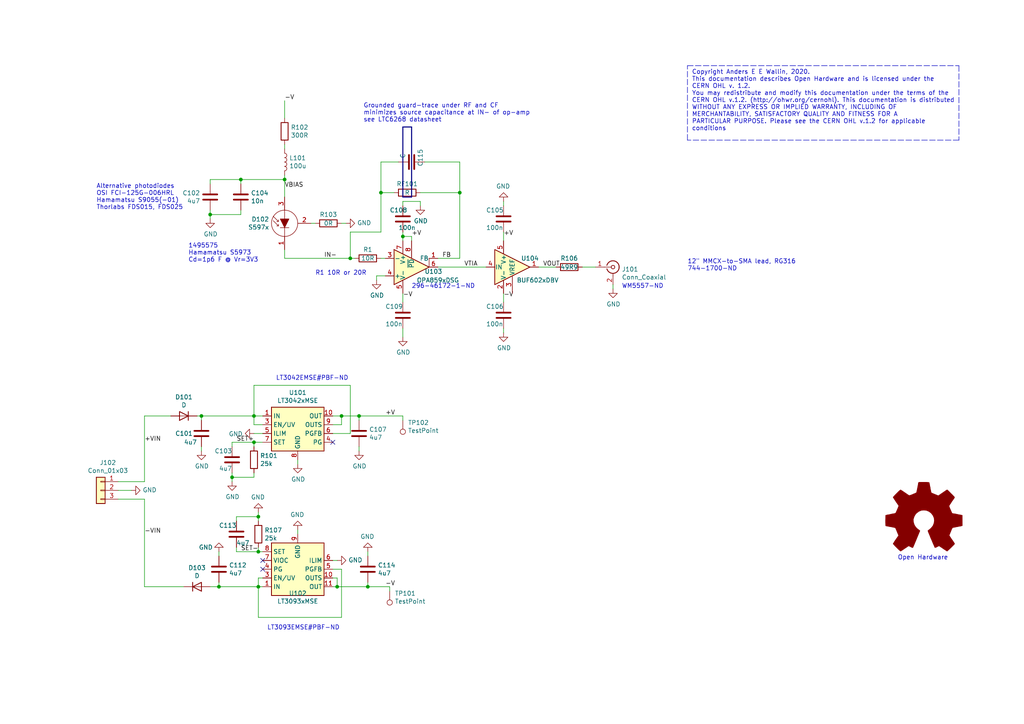
<source format=kicad_sch>
(kicad_sch (version 20211123) (generator eeschema)
  (paper "A4")
  (title_block (title "1\" Photodiode Transimpedance Amplifier - WSON8 + Buffer") (date "2020-05-12") (rev "draft") (company "anders.e.e.wallin \"at\" gmail.com"))
  (lib_symbols
    (symbol "Amplifier_Buffer:BUF602xDBV" (pin_names (offset 0.127))
      (property "Reference" "U" (at 6.35 2.54 0))
      (property "Value" "BUF602xDBV" (at 7.62 -2.54 0))
      (symbol "BUF602xDBV_0_1"
        (polyline (pts (xy 5.08 0) (xy -5.08 5.08) (xy -5.08 -5.08) (xy 5.08 0)) (stroke (width 0.254)) (fill (type background)))
      )
      (symbol "BUF602xDBV_1_1"
        (pin output line (at 7.62 0 180) (length 2.54) (name "~") (number "1"))
        (pin power_in line (at -2.54 -7.62 90) (length 3.81) (name "V-") (number "2"))
        (pin output line (at 0 -7.62 90) (length 5.08) (name "VREF") (number "3"))
        (pin input line (at -7.62 0 0) (length 2.54) (name "IN") (number "4"))
        (pin power_in line (at -2.54 7.62 270) (length 3.81) (name "V+") (number "5"))
      )
    )
    (symbol "Amplifier_Operational:OPA859xDSG" (pin_names (offset 0.127))
      (property "Reference" "U" (at 1.27 8.89 0))
      (property "Value" "OPA859xDSG" (at 1.27 6.35 0))
      (symbol "OPA859xDSG_0_0"
        (pin power_in line (at -2.54 7.62 270) (length 3.81) (name "V+") (number "7"))
        (pin input line (at 0 7.62 270) (length 5.08) (name "~{PD}") (number "8"))
        (pin passive line (at -2.54 -7.62 90) (length 3.81) hide (name "V-") (number "9"))
      )
      (symbol "OPA859xDSG_0_1"
        (polyline (pts (xy 5.08 0) (xy 5.08 2.54)) (stroke (width 0.1524)))
        (polyline (pts (xy -5.08 5.08) (xy 5.08 0) (xy -5.08 -5.08) (xy -5.08 5.08)) (stroke (width 0.254)) (fill (type background)))
        (pin no_connect line (at -5.08 -5.08 90) (length 3.81) hide (name "NC") (number "2"))
        (pin output line (at 7.62 0 180) (length 2.54) (name "~") (number "6"))
      )
      (symbol "OPA859xDSG_1_1"
        (pin output line (at 7.62 2.54 180) (length 2.54) (name "FB") (number "1"))
        (pin input line (at -7.62 2.54 0) (length 2.54) (name "-") (number "3"))
        (pin input line (at -7.62 -2.54 0) (length 2.54) (name "+") (number "4"))
        (pin power_in line (at -2.54 -7.62 90) (length 3.81) (name "V-") (number "5"))
      )
    )
    (symbol "Connector:Conn_Coaxial" (pin_names (offset 1.016) hide)
      (property "Reference" "J" (at 0.254 3.048 0))
      (property "Value" "Conn_Coaxial" (at 2.921 0 90))
      (symbol "Conn_Coaxial_0_1"
        (arc (start -1.778 -0.508) (mid 0.2311 -1.8066) (end 1.778 0) (stroke (width 0.254)))
        (polyline (pts (xy -2.54 0) (xy -0.508 0)))
        (polyline (pts (xy 0 -2.54) (xy 0 -1.778)))
        (circle (center 0 0) (radius 0.508) (stroke (width 0.2032)))
        (arc (start 1.778 0) (mid 0.2099 1.8101) (end -1.778 0.508) (stroke (width 0.254)))
      )
      (symbol "Conn_Coaxial_1_1"
        (pin passive line (at -5.08 0 0) (length 2.54) (name "In") (number "1"))
        (pin passive line (at 0 -5.08 90) (length 2.54) (name "Ext") (number "2"))
      )
    )
    (symbol "Connector:TestPoint" (pin_numbers hide) (pin_names (offset 0.762) hide)
      (property "Reference" "TP" (at 0 6.858 0))
      (property "Value" "TestPoint" (at 0 5.08 0))
      (symbol "TestPoint_0_1"
        (circle (center 0 3.302) (radius 0.762))
      )
      (symbol "TestPoint_1_1"
        (pin passive line (at 0 0 90) (length 2.54) (name "1") (number "1"))
      )
    )
    (symbol "Connector_Generic:Conn_01x03" (pin_names (offset 1.016) hide)
      (property "Reference" "J" (at 0 5.08 0))
      (property "Value" "Conn_01x03" (at 0 -5.08 0))
      (symbol "Conn_01x03_1_1"
        (rectangle (start -1.27 -2.413) (end 0 -2.667) (stroke (width 0.1524)))
        (rectangle (start -1.27 0.127) (end 0 -0.127) (stroke (width 0.1524)))
        (rectangle (start -1.27 2.667) (end 0 2.413) (stroke (width 0.1524)))
        (rectangle (start -1.27 3.81) (end 1.27 -3.81) (stroke (width 0.254)) (fill (type background)))
        (pin passive line (at -5.08 2.54 0) (length 3.81) (name "Pin_1") (number "1"))
        (pin passive line (at -5.08 0 0) (length 3.81) (name "Pin_2") (number "2"))
        (pin passive line (at -5.08 -2.54 0) (length 3.81) (name "Pin_3") (number "3"))
      )
    )
    (symbol "Device:C" (pin_numbers hide) (pin_names (offset 0.254))
      (property "Reference" "C" (at 0.635 2.54 0))
      (property "Value" "C" (at 0.635 -2.54 0))
      (symbol "C_0_1"
        (polyline (pts (xy -2.032 -0.762) (xy 2.032 -0.762)) (stroke (width 0.508)))
        (polyline (pts (xy -2.032 0.762) (xy 2.032 0.762)) (stroke (width 0.508)))
      )
      (symbol "C_1_1"
        (pin passive line (at 0 3.81 270) (length 2.794) (name "~") (number "1"))
        (pin passive line (at 0 -3.81 90) (length 2.794) (name "~") (number "2"))
      )
    )
    (symbol "Device:D" (pin_numbers hide) (pin_names (offset 1.016) hide)
      (property "Reference" "D" (at 0 2.54 0))
      (property "Value" "D" (at 0 -2.54 0))
      (symbol "D_0_1"
        (polyline (pts (xy -1.27 1.27) (xy -1.27 -1.27)) (stroke (width 0.254)))
        (polyline (pts (xy 1.27 0) (xy -1.27 0)))
        (polyline (pts (xy 1.27 1.27) (xy 1.27 -1.27) (xy -1.27 0) (xy 1.27 1.27)) (stroke (width 0.254)))
      )
      (symbol "D_1_1"
        (pin passive line (at -3.81 0 0) (length 2.54) (name "K") (number "1"))
        (pin passive line (at 3.81 0 180) (length 2.54) (name "A") (number "2"))
      )
    )
    (symbol "Device:L" (pin_numbers hide) (pin_names (offset 1.016) hide)
      (property "Reference" "L" (at -1.27 0 90))
      (property "Value" "L" (at 1.905 0 90))
      (symbol "L_0_1"
        (arc (start 0 -2.54) (mid 0.635 -1.905) (end 0 -1.27))
        (arc (start 0 -1.27) (mid 0.635 -0.635) (end 0 0))
        (arc (start 0 0) (mid 0.635 0.635) (end 0 1.27))
        (arc (start 0 1.27) (mid 0.635 1.905) (end 0 2.54))
      )
      (symbol "L_1_1"
        (pin passive line (at 0 3.81 270) (length 1.27) (name "1") (number "1"))
        (pin passive line (at 0 -3.81 90) (length 1.27) (name "2") (number "2"))
      )
    )
    (symbol "Device:R" (pin_numbers hide) (pin_names (offset 0))
      (property "Reference" "R" (at 2.032 0 90))
      (property "Value" "R" (at 0 0 90))
      (symbol "R_0_1"
        (rectangle (start -1.016 -2.54) (end 1.016 2.54) (stroke (width 0.254)))
      )
      (symbol "R_1_1"
        (pin passive line (at 0 3.81 270) (length 1.27) (name "~") (number "1"))
        (pin passive line (at 0 -3.81 90) (length 1.27) (name "~") (number "2"))
      )
    )
    (symbol "Graphic:Logo_Open_Hardware_Large" (pin_names (offset 1.016))
      (symbol "Logo_Open_Hardware_Large_1_1"
        (polyline (pts (xy 6.731 -8.7122) (xy 6.6294 -8.6614) (xy 6.35 -8.4836) (xy 5.9944 -8.255) (xy 5.5372 -7.9502) (xy 5.1054 -7.6454) (xy 4.7498 -7.4168) (xy 4.4958 -7.239) (xy 4.3942 -7.1882) (xy 4.318 -7.2136) (xy 4.1148 -7.3152) (xy 3.81 -7.4676) (xy 3.6322 -7.5692) (xy 3.3528 -7.6708) (xy 3.2258 -7.6962) (xy 3.2004 -7.6708) (xy 3.0988 -7.4676) (xy 2.9464 -7.0866) (xy 2.7178 -6.604) (xy 2.4892 -6.0452) (xy 2.2352 -5.4356) (xy 1.9558 -4.826) (xy 1.7272 -4.2164) (xy 1.4986 -3.683) (xy 1.3208 -3.2512) (xy 1.2192 -2.9464) (xy 1.1684 -2.8194) (xy 1.1938 -2.794) (xy 1.3208 -2.667) (xy 1.5748 -2.4892) (xy 2.0828 -2.0574) (xy 2.6162 -1.397) (xy 2.921 -0.6604) (xy 3.048 0.1524) (xy 2.9464 0.9144) (xy 2.6416 1.6256) (xy 2.1336 2.286) (xy 1.524 2.7686) (xy 0.8128 3.0734) (xy 0 3.175) (xy -0.762 3.0988) (xy -1.4986 2.794) (xy -2.159 2.286) (xy -2.4384 1.9812) (xy -2.8194 1.3208) (xy -3.048 0.6096) (xy -3.0734 0.4318) (xy -3.0226 -0.3556) (xy -2.794 -1.0922) (xy -2.3876 -1.7526) (xy -1.8288 -2.3114) (xy -1.7526 -2.3622) (xy -1.4732 -2.5654) (xy -1.2954 -2.6924) (xy -1.1684 -2.8194) (xy -2.159 -5.207) (xy -2.3114 -5.588) (xy -2.5908 -6.2484) (xy -2.8194 -6.8072) (xy -3.0226 -7.2644) (xy -3.1496 -7.5692) (xy -3.2258 -7.6708) (xy -3.2258 -7.6962) (xy -3.302 -7.6962) (xy -3.4798 -7.6454) (xy -3.8354 -7.4676) (xy -4.0386 -7.366) (xy -4.2926 -7.239) (xy -4.4196 -7.1882) (xy -4.5212 -7.239) (xy -4.7498 -7.3914) (xy -5.1054 -7.6454) (xy -5.5372 -7.9248) (xy -5.9436 -8.2042) (xy -6.3246 -8.4582) (xy -6.604 -8.636) (xy -6.731 -8.7122) (xy -6.7564 -8.7122) (xy -6.858 -8.636) (xy -7.0866 -8.4582) (xy -7.4168 -8.1534) (xy -7.874 -7.6962) (xy -7.9502 -7.62) (xy -8.3312 -7.239) (xy -8.636 -6.9088) (xy -8.8392 -6.6802) (xy -8.9154 -6.5786) (xy -8.9154 -6.5786) (xy -8.8392 -6.4516) (xy -8.6614 -6.1722) (xy -8.4328 -5.7912) (xy -8.128 -5.3594) (xy -7.3152 -4.191) (xy -7.7724 -3.0988) (xy -7.8994 -2.7686) (xy -8.0772 -2.3622) (xy -8.2042 -2.0828) (xy -8.255 -1.9558) (xy -8.382 -1.905) (xy -8.6614 -1.8542) (xy -9.0932 -1.7526) (xy -9.6266 -1.651) (xy -10.1092 -1.5748) (xy -10.541 -1.4732) (xy -10.8712 -1.4224) (xy -11.0236 -1.397) (xy -11.049 -1.3716) (xy -11.0744 -1.2954) (xy -11.0998 -1.143) (xy -11.0998 -0.889) (xy -11.1252 -0.4572) (xy -11.1252 0.1524) (xy -11.1252 0.2286) (xy -11.0998 0.8128) (xy -11.0998 1.27) (xy -11.0744 1.5494) (xy -11.0744 1.6764) (xy -11.0744 1.6764) (xy -10.922 1.7018) (xy -10.6172 1.778) (xy -10.16 1.8542) (xy -9.652 1.9558) (xy -9.6012 1.9812) (xy -9.0932 2.0828) (xy -8.636 2.159) (xy -8.3312 2.2352) (xy -8.2042 2.286) (xy -8.1788 2.3114) (xy -8.0772 2.5146) (xy -7.9248 2.8448) (xy -7.747 3.2512) (xy -7.5692 3.6576) (xy -7.4168 4.0386) (xy -7.3152 4.318) (xy -7.2898 4.445) (xy -7.2898 4.445) (xy -7.366 4.572) (xy -7.5438 4.826) (xy -7.7978 5.207) (xy -8.128 5.6642) (xy -8.128 5.6896) (xy -8.4328 6.1468) (xy -8.6868 6.5278) (xy -8.8392 6.7818) (xy -8.9154 6.9088) (xy -8.9154 6.9088) (xy -8.8138 7.0358) (xy -8.5852 7.2898) (xy -8.255 7.6454) (xy -7.874 8.0264) (xy -7.747 8.1534) (xy -7.3152 8.5852) (xy -7.0104 8.8646) (xy -6.8326 8.9916) (xy -6.731 9.0424) (xy -6.731 9.0424) (xy -6.604 8.9408) (xy -6.3246 8.763) (xy -5.9436 8.509) (xy -5.4864 8.2042) (xy -5.461 8.1788) (xy -5.0038 7.874) (xy -4.6482 7.62) (xy -4.3688 7.4422) (xy -4.2672 7.3914) (xy -4.2418 7.3914) (xy -4.064 7.4422) (xy -3.7338 7.5438) (xy -3.3528 7.6962) (xy -2.9464 7.874) (xy -2.5654 8.0264) (xy -2.286 8.1534) (xy -2.159 8.2296) (xy -2.159 8.2296) (xy -2.1082 8.382) (xy -2.032 8.7122) (xy -1.9304 9.1694) (xy -1.8288 9.7282) (xy -1.8034 9.8044) (xy -1.7018 10.3378) (xy -1.6256 10.7696) (xy -1.5748 11.0744) (xy -1.524 11.2014) (xy -1.4478 11.2268) (xy -1.1938 11.2522) (xy -0.8128 11.2522) (xy -0.3302 11.2522) (xy 0.1524 11.2522) (xy 0.6604 11.2522) (xy 1.0668 11.2268) (xy 1.3716 11.2014) (xy 1.4986 11.176) (xy 1.4986 11.176) (xy 1.5494 11.0236) (xy 1.6256 10.6934) (xy 1.7018 10.2108) (xy 1.8288 9.6774) (xy 1.8288 9.5758) (xy 1.9304 9.0424) (xy 2.032 8.6106) (xy 2.0828 8.3058) (xy 2.1336 8.2042) (xy 2.159 8.1788) (xy 2.3876 8.0772) (xy 2.7432 7.9248) (xy 3.175 7.747) (xy 4.191 7.3406) (xy 5.461 8.2042) (xy 5.5626 8.2804) (xy 6.0198 8.5852) (xy 6.3754 8.8392) (xy 6.6294 8.9916) (xy 6.7564 9.0424) (xy 6.7564 9.0424) (xy 6.8834 8.9408) (xy 7.1374 8.7122) (xy 7.4676 8.382) (xy 7.8486 7.9756) (xy 8.1534 7.6962) (xy 8.4836 7.3406) (xy 8.7122 7.112) (xy 8.8392 6.9596) (xy 8.8646 6.858) (xy 8.8646 6.8072) (xy 8.7884 6.6802) (xy 8.6106 6.4008) (xy 8.3312 6.0198) (xy 8.0264 5.588) (xy 7.7978 5.207) (xy 7.5184 4.8006) (xy 7.3406 4.4958) (xy 7.2898 4.3434) (xy 7.2898 4.2926) (xy 7.3914 4.0386) (xy 7.5184 3.683) (xy 7.7216 3.2258) (xy 8.1534 2.2352) (xy 8.7884 2.1082) (xy 9.1948 2.0574) (xy 9.7536 1.9304) (xy 10.2616 1.8288) (xy 11.0998 1.6764) (xy 11.1252 -1.3208) (xy 10.9982 -1.3716) (xy 10.8712 -1.397) (xy 10.5664 -1.4732) (xy 10.1346 -1.5494) (xy 9.6266 -1.651) (xy 9.1948 -1.7272) (xy 8.7376 -1.8288) (xy 8.4328 -1.8796) (xy 8.2804 -1.905) (xy 8.255 -1.9558) (xy 8.1534 -2.159) (xy 7.9756 -2.5146) (xy 7.8232 -2.921) (xy 7.6454 -3.3274) (xy 7.493 -3.7338) (xy 7.366 -4.0132) (xy 7.3406 -4.191) (xy 7.3914 -4.2926) (xy 7.5692 -4.5466) (xy 7.7978 -4.9276) (xy 8.1026 -5.3594) (xy 8.4074 -5.7912) (xy 8.6614 -6.1722) (xy 8.8138 -6.4262) (xy 8.89 -6.5532) (xy 8.8646 -6.6548) (xy 8.6868 -6.858) (xy 8.3566 -7.1882) (xy 7.874 -7.6708) (xy 7.7978 -7.747) (xy 7.3914 -8.128) (xy 7.0612 -8.4328) (xy 6.8326 -8.636) (xy 6.731 -8.7122)) (fill (type outline)))
      )
    )
    (symbol "Regulator_Linear:LT3042xMSE"
      (property "Reference" "U" (at -6.35 6.35 0))
      (property "Value" "LT3042xMSE" (at 1.27 6.35 0))
      (symbol "LT3042xMSE_0_1"
        (rectangle (start -7.62 5.08) (end 7.62 -7.62) (stroke (width 0.254)) (fill (type background)))
      )
      (symbol "LT3042xMSE_1_1"
        (pin power_in line (at -10.16 2.54 0) (length 2.54) (name "IN") (number "1"))
        (pin power_out line (at 10.16 2.54 180) (length 2.54) (name "OUT") (number "10"))
        (pin passive line (at 0 -10.16 90) (length 2.54) hide (name "GND") (number "11"))
        (pin passive line (at -10.16 2.54 0) (length 2.54) hide (name "IN") (number "2"))
        (pin input line (at -10.16 0 0) (length 2.54) (name "EN/UV") (number "3"))
        (pin open_collector line (at 10.16 -5.08 180) (length 2.54) (name "PG") (number "4"))
        (pin passive line (at -10.16 -2.54 0) (length 2.54) (name "ILIM") (number "5"))
        (pin input line (at 10.16 -2.54 180) (length 2.54) (name "PGFB") (number "6"))
        (pin passive line (at -10.16 -5.08 0) (length 2.54) (name "SET") (number "7"))
        (pin power_in line (at 0 -10.16 90) (length 2.54) (name "GND") (number "8"))
        (pin input line (at 10.16 0 180) (length 2.54) (name "OUTS") (number "9"))
      )
    )
    (symbol "Regulator_Linear:LT3093xMSE"
      (property "Reference" "U" (at -6.35 8.89 0))
      (property "Value" "LT3093xMSE" (at 1.27 8.89 0))
      (symbol "LT3093xMSE_0_0"
        (pin passive line (at 10.16 5.08 180) (length 2.54) hide (name "OUT") (number "12"))
        (pin passive line (at -10.16 5.08 0) (length 2.54) hide (name "IN") (number "13"))
      )
      (symbol "LT3093xMSE_0_1"
        (rectangle (start 7.62 7.62) (end -7.62 -7.62) (stroke (width 0.254)) (fill (type background)))
      )
      (symbol "LT3093xMSE_1_1"
        (pin power_in line (at -10.16 5.08 0) (length 2.54) (name "IN") (number "1"))
        (pin input line (at 10.16 2.54 180) (length 2.54) (name "OUTS") (number "10"))
        (pin power_out line (at 10.16 5.08 180) (length 2.54) (name "OUT") (number "11"))
        (pin passive line (at -10.16 5.08 0) (length 2.54) hide (name "IN") (number "2"))
        (pin input line (at -10.16 2.54 0) (length 2.54) (name "EN/UV") (number "3"))
        (pin open_collector line (at -10.16 0 0) (length 2.54) (name "PG") (number "4"))
        (pin input line (at 10.16 0 180) (length 2.54) (name "PGFB") (number "5"))
        (pin passive line (at 10.16 -2.54 180) (length 2.54) (name "ILIM") (number "6"))
        (pin passive line (at -10.16 -2.54 0) (length 2.54) (name "VIOC") (number "7"))
        (pin passive line (at -10.16 -5.08 0) (length 2.54) (name "SET") (number "8"))
        (pin power_in line (at 0 -10.16 90) (length 2.54) (name "GND") (number "9"))
      )
    )
    (symbol "Sensor_Optical:S5973" (pin_names (offset 0.254) hide)
      (property "Reference" "D" (at 2.54 -5.08 0))
      (property "Value" "S5973" (at 5.08 5.08 0))
      (symbol "S5973_0_0"
        (pin passive line (at 0 -7.62 90) (length 3.81) (name "C") (number "2"))
      )
      (symbol "S5973_0_1"
        (polyline (pts (xy -1.27 0) (xy -3.81 0)))
        (polyline (pts (xy -1.27 1.27) (xy -1.27 -1.27)) (stroke (width 0.1524)))
        (polyline (pts (xy -0.762 1.778) (xy -0.254 1.778)))
        (polyline (pts (xy 3.81 0) (xy 1.27 0)))
        (polyline (pts (xy 0.762 3.302) (xy -0.762 1.778) (xy -0.762 2.286)))
        (polyline (pts (xy -1.27 0) (xy 1.27 1.27) (xy 1.27 -1.27) (xy -1.27 0)) (fill (type outline)))
        (polyline (pts (xy 2.032 3.302) (xy 0.508 1.778) (xy 0.508 2.286) (xy 0.508 1.778) (xy 1.016 1.778)))
        (circle (center 0 0) (radius 3.81))
      )
      (symbol "S5973_1_1"
        (pin passive line (at -7.62 0 0) (length 3.81) (name "K") (number "1"))
        (pin passive line (at 7.62 0 180) (length 3.81) (name "A") (number "3"))
      )
    )
    (symbol "power:GND" (power) (pin_names (offset 0))
      (property "Value" "GND" (at 0 -3.81 0))
      (symbol "GND_0_1"
        (polyline (pts (xy 0 0) (xy 0 -1.27) (xy 1.27 -1.27) (xy 0 -2.54) (xy -1.27 -1.27) (xy 0 -1.27)))
      )
      (symbol "GND_1_1"
        (pin power_in line (at 0 0 270) (length 0) hide (name "GND") (number "1"))
      )
    )
  )
  (junction (at 73.66 128.27))
  (junction (at 106.68 170.18))
  (junction (at 60.96 62.23))
  (junction (at 104.14 120.65))
  (junction (at 133.35 55.88))
  (junction (at 74.93 160.02))
  (junction (at 101.6 74.93))
  (junction (at 73.66 120.65))
  (junction (at 67.31 138.43))
  (junction (at 116.84 68.58))
  (junction (at 69.85 52.07))
  (junction (at 82.55 52.07))
  (junction (at 63.5 170.18))
  (junction (at 97.79 170.18))
  (junction (at 99.06 120.65))
  (junction (at 110.49 55.88))
  (junction (at 58.42 120.65))
  (junction (at 74.93 149.86))
  (junction (at 74.93 170.18))
  (no_connect (at 76.2 162.56))
  (no_connect (at 76.2 165.1))
  (no_connect (at 96.52 128.27))
  (wire (pts (xy 116.84 69.85) (xy 116.84 68.58)))
  (wire (pts (xy 73.66 129.54) (xy 73.66 128.27)))
  (bus (pts (xy 119.38 57.15) (xy 119.38 36.83)))
  (wire (pts (xy 73.66 120.65) (xy 58.42 120.65)))
  (wire (pts (xy 99.06 179.07) (xy 74.93 179.07)))
  (wire (pts (xy 106.68 170.18) (xy 97.79 170.18)))
  (wire (pts (xy 121.92 55.88) (xy 133.35 55.88)))
  (wire (pts (xy 57.15 120.65) (xy 58.42 120.65)))
  (wire (pts (xy 38.1 142.24) (xy 34.29 142.24)))
  (wire (pts (xy 91.44 64.77) (xy 90.17 64.77)))
  (wire (pts (xy 99.06 120.65) (xy 104.14 120.65)))
  (bus (pts (xy 119.38 36.83) (xy 116.84 36.83)))
  (wire (pts (xy 101.6 67.31) (xy 110.49 67.31)))
  (wire (pts (xy 67.31 128.27) (xy 67.31 129.54)))
  (wire (pts (xy 73.66 128.27) (xy 67.31 128.27)))
  (wire (pts (xy 133.35 46.99) (xy 133.35 55.88)))
  (wire (pts (xy 116.84 95.25) (xy 116.84 97.79)))
  (wire (pts (xy 60.96 60.96) (xy 60.96 62.23)))
  (wire (pts (xy 76.2 167.64) (xy 74.93 167.64)))
  (wire (pts (xy 111.76 80.01) (xy 109.22 80.01)))
  (wire (pts (xy 58.42 120.65) (xy 58.42 121.92)))
  (wire (pts (xy 74.93 149.86) (xy 74.93 151.13)))
  (wire (pts (xy 104.14 121.92) (xy 104.14 120.65)))
  (polyline (pts (xy 199.39 19.05) (xy 278.13 19.05)))
  (wire (pts (xy 106.68 161.29) (xy 106.68 160.02)))
  (wire (pts (xy 69.85 52.07) (xy 60.96 52.07)))
  (wire (pts (xy 109.22 80.01) (xy 109.22 81.28)))
  (wire (pts (xy 121.92 58.42) (xy 116.84 58.42)))
  (wire (pts (xy 161.29 77.47) (xy 156.21 77.47)))
  (wire (pts (xy 104.14 130.81) (xy 104.14 129.54)))
  (wire (pts (xy 69.85 52.07) (xy 69.85 53.34)))
  (wire (pts (xy 110.49 55.88) (xy 114.3 55.88)))
  (wire (pts (xy 123.19 46.99) (xy 133.35 46.99)))
  (wire (pts (xy 82.55 52.07) (xy 69.85 52.07)))
  (wire (pts (xy 76.2 123.19) (xy 73.66 123.19)))
  (wire (pts (xy 116.84 85.09) (xy 116.84 87.63)))
  (wire (pts (xy 73.66 138.43) (xy 67.31 138.43)))
  (wire (pts (xy 96.52 165.1) (xy 99.06 165.1)))
  (wire (pts (xy 82.55 57.15) (xy 82.55 52.07)))
  (wire (pts (xy 69.85 62.23) (xy 60.96 62.23)))
  (wire (pts (xy 96.52 125.73) (xy 101.6 125.73)))
  (wire (pts (xy 146.05 67.31) (xy 146.05 69.85)))
  (wire (pts (xy 74.93 149.86) (xy 68.58 149.86)))
  (wire (pts (xy 41.91 144.78) (xy 41.91 170.18)))
  (wire (pts (xy 177.8 83.82) (xy 177.8 82.55)))
  (wire (pts (xy 63.5 161.29) (xy 63.5 160.02)))
  (wire (pts (xy 110.49 46.99) (xy 110.49 55.88)))
  (wire (pts (xy 133.35 74.93) (xy 133.35 55.88)))
  (wire (pts (xy 63.5 170.18) (xy 60.96 170.18)))
  (wire (pts (xy 96.52 167.64) (xy 97.79 167.64)))
  (polyline (pts (xy 278.13 40.64) (xy 199.39 40.64)))
  (wire (pts (xy 82.55 74.93) (xy 82.55 72.39)))
  (wire (pts (xy 110.49 67.31) (xy 110.49 55.88)))
  (wire (pts (xy 69.85 60.96) (xy 69.85 62.23)))
  (wire (pts (xy 49.53 120.65) (xy 41.91 120.65)))
  (wire (pts (xy 68.58 149.86) (xy 68.58 151.13)))
  (wire (pts (xy 101.6 111.76) (xy 73.66 111.76)))
  (wire (pts (xy 116.84 68.58) (xy 116.84 67.31)))
  (wire (pts (xy 74.93 148.59) (xy 74.93 149.86)))
  (wire (pts (xy 67.31 138.43) (xy 67.31 137.16)))
  (wire (pts (xy 127 74.93) (xy 133.35 74.93)))
  (wire (pts (xy 76.2 125.73) (xy 73.66 125.73)))
  (wire (pts (xy 96.52 120.65) (xy 99.06 120.65)))
  (wire (pts (xy 172.72 77.47) (xy 168.91 77.47)))
  (wire (pts (xy 86.36 134.62) (xy 86.36 133.35)))
  (wire (pts (xy 115.57 46.99) (xy 110.49 46.99)))
  (wire (pts (xy 76.2 120.65) (xy 73.66 120.65)))
  (wire (pts (xy 41.91 120.65) (xy 41.91 139.7)))
  (wire (pts (xy 34.29 144.78) (xy 41.91 144.78)))
  (wire (pts (xy 146.05 59.69) (xy 146.05 58.42)))
  (wire (pts (xy 74.93 160.02) (xy 74.93 158.75)))
  (bus (pts (xy 116.84 57.15) (xy 119.38 57.15)))
  (wire (pts (xy 104.14 120.65) (xy 116.84 120.65)))
  (polyline (pts (xy 199.39 40.64) (xy 199.39 19.05)))
  (wire (pts (xy 99.06 165.1) (xy 99.06 179.07)))
  (wire (pts (xy 63.5 168.91) (xy 63.5 170.18)))
  (wire (pts (xy 119.38 69.85) (xy 119.38 68.58)))
  (wire (pts (xy 74.93 170.18) (xy 63.5 170.18)))
  (wire (pts (xy 60.96 62.23) (xy 60.96 63.5)))
  (wire (pts (xy 82.55 50.8) (xy 82.55 52.07)))
  (wire (pts (xy 68.58 160.02) (xy 68.58 158.75)))
  (wire (pts (xy 99.06 123.19) (xy 99.06 120.65)))
  (wire (pts (xy 101.6 74.93) (xy 82.55 74.93)))
  (wire (pts (xy 73.66 137.16) (xy 73.66 138.43)))
  (wire (pts (xy 73.66 111.76) (xy 73.66 120.65)))
  (wire (pts (xy 106.68 168.91) (xy 106.68 170.18)))
  (wire (pts (xy 76.2 128.27) (xy 73.66 128.27)))
  (wire (pts (xy 58.42 130.81) (xy 58.42 129.54)))
  (wire (pts (xy 111.76 74.93) (xy 110.49 74.93)))
  (wire (pts (xy 116.84 68.58) (xy 119.38 68.58)))
  (wire (pts (xy 76.2 170.18) (xy 74.93 170.18)))
  (wire (pts (xy 96.52 123.19) (xy 99.06 123.19)))
  (wire (pts (xy 113.03 170.18) (xy 113.03 171.45)))
  (wire (pts (xy 102.87 74.93) (xy 101.6 74.93)))
  (wire (pts (xy 101.6 74.93) (xy 101.6 67.31)))
  (wire (pts (xy 127 77.47) (xy 140.97 77.47)))
  (wire (pts (xy 100.33 64.77) (xy 99.06 64.77)))
  (wire (pts (xy 41.91 139.7) (xy 34.29 139.7)))
  (wire (pts (xy 106.68 170.18) (xy 113.03 170.18)))
  (wire (pts (xy 101.6 125.73) (xy 101.6 111.76)))
  (polyline (pts (xy 278.13 19.05) (xy 278.13 40.64)))
  (wire (pts (xy 73.66 123.19) (xy 73.66 120.65)))
  (wire (pts (xy 97.79 167.64) (xy 97.79 170.18)))
  (wire (pts (xy 82.55 43.18) (xy 82.55 41.91)))
  (bus (pts (xy 116.84 36.83) (xy 116.84 57.15)))
  (wire (pts (xy 86.36 154.94) (xy 86.36 153.67)))
  (wire (pts (xy 116.84 58.42) (xy 116.84 59.69)))
  (wire (pts (xy 82.55 34.29) (xy 82.55 29.21)))
  (wire (pts (xy 121.92 59.69) (xy 121.92 58.42)))
  (wire (pts (xy 67.31 139.7) (xy 67.31 138.43)))
  (wire (pts (xy 74.93 179.07) (xy 74.93 170.18)))
  (wire (pts (xy 74.93 167.64) (xy 74.93 170.18)))
  (wire (pts (xy 60.96 52.07) (xy 60.96 53.34)))
  (wire (pts (xy 74.93 160.02) (xy 68.58 160.02)))
  (wire (pts (xy 146.05 85.09) (xy 146.05 87.63)))
  (wire (pts (xy 97.79 170.18) (xy 96.52 170.18)))
  (wire (pts (xy 41.91 170.18) (xy 53.34 170.18)))
  (wire (pts (xy 116.84 121.92) (xy 116.84 120.65)))
  (wire (pts (xy 76.2 160.02) (xy 74.93 160.02)))
  (wire (pts (xy 146.05 96.52) (xy 146.05 95.25)))
  (wire (pts (xy 97.79 162.56) (xy 96.52 162.56)))
  (text "Grounded guard-trace under RF and CF\nminimizes source capacitance at IN- of op-amp\nsee LTC6268 datasheet" (at 105.41 35.56 0) (effects (font (size 1.27 1.27)) (justify left bottom)))
  (text "WM5557-ND" (at 180.34 83.82 0) (effects (font (size 1.27 1.27)) (justify left bottom)))
  (text "Alternative photodiodes\nOSI FCI-125G-006HRL\nHamamatsu S9055(-01)\nThorlabs FDS015, FDS025" (at 27.94 60.96 0) (effects (font (size 1.27 1.27)) (justify left bottom)))
  (text "1495575\nHamamatsu S5973\nCd=1p6 F @ Vr=3V3" (at 54.61 76.2 0) (effects (font (size 1.27 1.27)) (justify left bottom)))
  (text "LT3042EMSE#PBF-ND" (at 80.01 110.49 0) (effects (font (size 1.27 1.27)) (justify left bottom)))
  (text "12\" MMCX-to-SMA lead, RG316\n744-1700-ND" (at 199.39 78.74 0) (effects (font (size 1.27 1.27)) (justify left bottom)))
  (text "Copyright Anders E E Wallin, 2020.\nThis documentation describes Open Hardware and is licensed under the\nCERN OHL v. 1.2.\nYou may redistribute and modify this documentation under the terms of the\nCERN OHL v.1.2. (http://ohwr.org/cernohl). This documentation is distributed\nWITHOUT ANY EXPRESS OR IMPLIED WARRANTY, INCLUDING OF\nMERCHANTABILITY, SATISFACTORY QUALITY AND FITNESS FOR A\nPARTICULAR PURPOSE. Please see the CERN OHL v.1.2 for applicable\nconditions\n" (at 200.66 38.1 0) (effects (font (size 1.27 1.27)) (justify left bottom)))
  (text "296-46172-1-ND" (at 119.38 83.82 0) (effects (font (size 1.27 1.27)) (justify left bottom)))
  (text "LT3093EMSE#PBF-ND" (at 77.47 182.88 0) (effects (font (size 1.27 1.27)) (justify left bottom)))
  (text "Open Hardware" (at 260.35 162.56 0) (effects (font (size 1.27 1.27)) (justify left bottom)))
  (text "R1 10R or 20R" (at 91.44 80.01 0) (effects (font (size 1.27 1.27)) (justify left bottom)))
  (label "+V" (at 146.05 68.58 0))
  (label "-V" (at 111.76 170.18 0))
  (label "+V" (at 119.38 68.58 0))
  (label "VOUT" (at 157.48 77.47 0))
  (label "IN-" (at 93.98 74.93 0))
  (label "VTIA" (at 134.62 77.47 0))
  (label "SET-" (at 69.85 160.02 0))
  (label "+V" (at 111.76 120.65 0))
  (label "-V" (at 146.05 86.36 0))
  (label "-VIN" (at 41.91 154.94 0))
  (label "FB" (at 128.27 74.93 0))
  (label "VBIAS" (at 82.55 54.61 0))
  (label "-V" (at 116.84 86.36 0))
  (label "-V" (at 82.55 29.21 0))
  (label "+VIN" (at 41.91 128.27 0))
  (label "SET+" (at 68.58 128.27 0))
  (symbol (lib_id "Regulator_Linear:LT3042xMSE") (at 86.36 123.19 0) (unit 1)
    (property "Reference" "U101" (at 86.36 113.8682 0))
    (property "Value" "LT3042xMSE" (at 86.36 116.1796 0))
    (property "Footprint" "Package_SO:MSOP-10-1EP_3x3mm_P0.5mm_EP1.68x1.88mm" (effects hide))
    (property "Datasheet" "https://www.analog.com/media/en/technical-documentation/data-sheets/3042fb.pdf" (effects hide))
  )
  (symbol (lib_id "Regulator_Linear:LT3093xMSE") (at 86.36 165.1 0) (mirror x) (unit 1)
    (property "Reference" "U102" (at 86.36 172.085 0))
    (property "Value" "LT3093xMSE" (at 86.36 174.3964 0))
    (property "Footprint" "Package_SO:MSOP-12-1EP_3x4mm_P0.65mm_EP1.65x2.85mm" (effects hide))
  )
  (symbol (lib_id "power:GND") (at 86.36 134.62 0) (unit 1)
    (property "Reference" "#PWR0107" (effects hide))
    (property "Value" "GND" (at 86.487 139.0142 0))
  )
  (symbol (lib_id "power:GND") (at 73.66 125.73 270) (unit 1)
    (property "Reference" "#PWR0108" (effects hide))
    (property "Value" "GND" (at 70.4088 125.857 90) (effects (justify right)))
  )
  (symbol (lib_id "Device:C") (at 58.42 125.73 0) (unit 1)
    (property "Reference" "C101" (at 50.8 125.73 0) (effects (justify left)))
    (property "Value" "4u7" (at 53.34 128.27 0) (effects (justify left)))
    (property "Footprint" "Capacitor_SMD:C_0603_1608Metric" (effects hide))
  )
  (symbol (lib_id "power:GND") (at 58.42 130.81 0) (unit 1)
    (property "Reference" "#PWR0109" (effects hide))
    (property "Value" "GND" (at 58.547 135.2042 0))
  )
  (symbol (lib_id "Device:D") (at 53.34 120.65 180) (unit 1)
    (property "Reference" "D101" (at 53.34 115.1636 0))
    (property "Value" "D" (at 53.34 117.475 0))
    (property "Footprint" "Diode_SMD:D_SOD-323F" (effects hide))
  )
  (symbol (lib_id "Device:R") (at 73.66 133.35 0) (unit 1)
    (property "Reference" "R101" (at 75.438 132.1816 0) (effects (justify left)))
    (property "Value" "25k" (at 75.438 134.493 0) (effects (justify left)))
    (property "Footprint" "Resistor_SMD:R_0603_1608Metric" (effects hide))
  )
  (symbol (lib_id "Device:C") (at 67.31 133.35 0) (unit 1)
    (property "Reference" "C103" (at 62.23 130.81 0) (effects (justify left)))
    (property "Value" "4u7" (at 63.5 135.89 0) (effects (justify left)))
    (property "Footprint" "Capacitor_SMD:C_0603_1608Metric" (effects hide))
  )
  (symbol (lib_id "power:GND") (at 67.31 139.7 0) (unit 1)
    (property "Reference" "#PWR0110" (effects hide))
    (property "Value" "GND" (at 67.437 144.0942 0))
  )
  (symbol (lib_id "Device:C") (at 104.14 125.73 0) (unit 1)
    (property "Reference" "C107" (at 107.061 124.5616 0) (effects (justify left)))
    (property "Value" "4u7" (at 107.061 126.873 0) (effects (justify left)))
    (property "Footprint" "Capacitor_SMD:C_0603_1608Metric" (effects hide))
  )
  (symbol (lib_id "power:GND") (at 104.14 130.81 0) (unit 1)
    (property "Reference" "#PWR0111" (effects hide))
    (property "Value" "GND" (at 104.267 135.2042 0))
  )
  (symbol (lib_id "Device:R") (at 74.93 154.94 0) (unit 1)
    (property "Reference" "R107" (at 76.708 153.7716 0) (effects (justify left)))
    (property "Value" "25k" (at 76.708 156.083 0) (effects (justify left)))
    (property "Footprint" "Resistor_SMD:R_0603_1608Metric" (effects hide))
  )
  (symbol (lib_id "Device:C") (at 68.58 154.94 0) (unit 1)
    (property "Reference" "C113" (at 63.5 152.4 0) (effects (justify left)))
    (property "Value" "4u7" (at 68.58 157.48 0) (effects (justify left)))
    (property "Footprint" "Capacitor_SMD:C_0603_1608Metric" (effects hide))
  )
  (symbol (lib_id "Device:C") (at 63.5 165.1 0) (unit 1)
    (property "Reference" "C112" (at 66.421 163.9316 0) (effects (justify left)))
    (property "Value" "4u7" (at 66.421 166.243 0) (effects (justify left)))
    (property "Footprint" "Capacitor_SMD:C_0603_1608Metric" (effects hide))
  )
  (symbol (lib_id "Device:D") (at 57.15 170.18 0) (mirror x) (unit 1)
    (property "Reference" "D103" (at 57.15 164.6936 0))
    (property "Value" "D" (at 57.15 167.005 0))
    (property "Footprint" "Diode_SMD:D_SOD-323F" (effects hide))
  )
  (symbol (lib_id "power:GND") (at 63.5 160.02 180) (unit 1)
    (property "Reference" "#PWR0112" (effects hide))
    (property "Value" "GND" (at 59.69 158.75 0))
  )
  (symbol (lib_id "power:GND") (at 74.93 148.59 180) (unit 1)
    (property "Reference" "#PWR0113" (effects hide))
    (property "Value" "GND" (at 74.803 144.1958 0))
  )
  (symbol (lib_id "power:GND") (at 86.36 153.67 180) (unit 1)
    (property "Reference" "#PWR0114" (effects hide))
    (property "Value" "GND" (at 86.233 149.2758 0))
  )
  (symbol (lib_id "power:GND") (at 97.79 162.56 90) (unit 1)
    (property "Reference" "#PWR0115" (effects hide))
    (property "Value" "GND" (at 101.0412 162.433 90) (effects (justify right)))
  )
  (symbol (lib_id "Device:C") (at 106.68 165.1 0) (unit 1)
    (property "Reference" "C114" (at 109.601 163.9316 0) (effects (justify left)))
    (property "Value" "4u7" (at 109.601 166.243 0) (effects (justify left)))
    (property "Footprint" "Capacitor_SMD:C_0603_1608Metric" (effects hide))
  )
  (symbol (lib_id "power:GND") (at 106.68 160.02 180) (unit 1)
    (property "Reference" "#PWR0116" (effects hide))
    (property "Value" "GND" (at 106.553 155.6258 0))
  )
  (symbol (lib_id "Connector_Generic:Conn_01x03") (at 29.21 142.24 0) (mirror y) (unit 1)
    (property "Reference" "J102" (at 31.2928 134.1882 0))
    (property "Value" "Conn_01x03" (at 31.2928 136.4996 0))
    (property "Footprint" "Connector_PinHeader_2.54mm:PinHeader_1x03_P2.54mm_Vertical" (effects hide))
  )
  (symbol (lib_id "power:GND") (at 38.1 142.24 90) (unit 1)
    (property "Reference" "#PWR0117" (effects hide))
    (property "Value" "GND" (at 41.3512 142.113 90) (effects (justify right)))
  )
  (symbol (lib_id "Sensor_Optical:S5973") (at 82.55 64.77 90) (unit 1)
    (property "Reference" "D102" (at 78.0542 63.6016 90) (effects (justify left)))
    (property "Value" "S597x" (at 78.0542 65.913 90) (effects (justify left)))
    (property "Footprint" "Package_TO_SOT_THT:TO-18-3" (effects hide))
    (property "Datasheet" "http://www.osram-os.com/Graphics/XPic5/00215016_0.pdf/BP%20104%20FS.pdf" (effects hide))
  )
  (symbol (lib_id "Device:R") (at 95.25 64.77 270) (unit 1)
    (property "Reference" "R103" (at 95.25 62.23 90))
    (property "Value" "0R" (at 95.25 64.77 90))
    (property "Footprint" "Resistor_SMD:R_0603_1608Metric" (effects hide))
  )
  (symbol (lib_id "power:GND") (at 100.33 64.77 90) (unit 1)
    (property "Reference" "#PWR0101" (effects hide))
    (property "Value" "GND" (at 103.5812 64.643 90) (effects (justify right)))
  )
  (symbol (lib_id "Device:R") (at 118.11 55.88 270) (unit 1)
    (property "Reference" "RF101" (at 118.11 53.34 90))
    (property "Value" "R" (at 118.11 55.88 90))
    (property "Footprint" "Resistor_SMD:R_0603_1608Metric" (effects hide))
  )
  (symbol (lib_id "Device:R") (at 165.1 77.47 270) (unit 1)
    (property "Reference" "R106" (at 165.1 74.93 90))
    (property "Value" "49R9" (at 165.1 77.47 90))
    (property "Footprint" "Resistor_SMD:R_0603_1608Metric" (effects hide))
  )
  (symbol (lib_id "Connector:Conn_Coaxial") (at 177.8 77.47 0) (unit 1)
    (property "Reference" "J101" (at 180.34 78.105 0) (effects (justify left)))
    (property "Value" "Conn_Coaxial" (at 180.34 80.4164 0) (effects (justify left)))
    (property "Footprint" "Connector_Coaxial:MMCX_Molex_73415-1471_Vertical" (effects hide))
    (property "Datasheet" " ~" (effects hide))
  )
  (symbol (lib_id "power:GND") (at 177.8 83.82 0) (unit 1)
    (property "Reference" "#PWR0102" (effects hide))
    (property "Value" "GND" (at 177.927 88.2142 0))
  )
  (symbol (lib_id "power:GND") (at 109.22 81.28 0) (unit 1)
    (property "Reference" "#PWR0103" (effects hide))
    (property "Value" "GND" (at 109.347 85.6742 0))
  )
  (symbol (lib_id "Device:C") (at 116.84 91.44 0) (unit 1)
    (property "Reference" "C109" (at 111.76 88.9 0) (effects (justify left)))
    (property "Value" "100n" (at 111.76 93.98 0) (effects (justify left)))
    (property "Footprint" "Capacitor_SMD:C_0603_1608Metric" (effects hide))
  )
  (symbol (lib_id "Device:C") (at 116.84 63.5 0) (unit 1)
    (property "Reference" "C108" (at 113.03 60.96 0) (effects (justify left)))
    (property "Value" "100n" (at 115.57 66.04 0) (effects (justify left)))
    (property "Footprint" "Capacitor_SMD:C_0603_1608Metric" (effects hide))
  )
  (symbol (lib_id "power:GND") (at 116.84 97.79 0) (unit 1)
    (property "Reference" "#PWR0104" (effects hide))
    (property "Value" "GND" (at 116.967 102.1842 0))
  )
  (symbol (lib_id "power:GND") (at 121.92 59.69 0) (unit 1)
    (property "Reference" "#PWR0105" (effects hide))
    (property "Value" "GND" (at 122.047 64.0842 0))
  )
  (symbol (lib_id "Device:C") (at 69.85 57.15 0) (unit 1)
    (property "Reference" "C104" (at 72.771 55.9816 0) (effects (justify left)))
    (property "Value" "10n" (at 72.771 58.293 0) (effects (justify left)))
    (property "Footprint" "Capacitor_SMD:C_0603_1608Metric" (effects hide))
  )
  (symbol (lib_id "Device:C") (at 60.96 57.15 0) (mirror y) (unit 1)
    (property "Reference" "C102" (at 58.039 55.9816 0) (effects (justify left)))
    (property "Value" "4u7" (at 58.039 58.293 0) (effects (justify left)))
    (property "Footprint" "Capacitor_SMD:C_0603_1608Metric" (effects hide))
  )
  (symbol (lib_id "power:GND") (at 60.96 63.5 0) (unit 1)
    (property "Reference" "#PWR0106" (effects hide))
    (property "Value" "GND" (at 61.087 67.8942 0))
  )
  (symbol (lib_id "Device:L") (at 82.55 46.99 0) (unit 1)
    (property "Reference" "L101" (at 83.8962 45.8216 0) (effects (justify left)))
    (property "Value" "100u" (at 83.8962 48.133 0) (effects (justify left)))
    (property "Footprint" "Inductor_SMD:L_0805_2012Metric" (effects hide))
  )
  (symbol (lib_id "Device:R") (at 82.55 38.1 0) (unit 1)
    (property "Reference" "R102" (at 84.328 36.9316 0) (effects (justify left)))
    (property "Value" "300R" (at 84.328 39.243 0) (effects (justify left)))
    (property "Footprint" "Resistor_SMD:R_0603_1608Metric" (effects hide))
  )
  (symbol (lib_id "Graphic:Logo_Open_Hardware_Large") (at 267.97 151.13 0) (unit 1)
    (property "Reference" "#LOGO101" (effects hide))
    (property "Value" "Logo_Open_Hardware_Large" (effects hide))
  )
  (symbol (lib_id "Connector:TestPoint") (at 116.84 121.92 180) (unit 1)
    (property "Reference" "TP102" (at 118.3132 122.5804 0) (effects (justify right)))
    (property "Value" "TestPoint" (at 118.3132 124.8918 0) (effects (justify right)))
    (property "Footprint" "TestPoint:TestPoint_THTPad_D1.0mm_Drill0.5mm" (effects hide))
  )
  (symbol (lib_id "Connector:TestPoint") (at 113.03 171.45 180) (unit 1)
    (property "Reference" "TP101" (at 114.5032 172.1104 0) (effects (justify right)))
    (property "Value" "TestPoint" (at 114.5032 174.4218 0) (effects (justify right)))
    (property "Footprint" "TestPoint:TestPoint_THTPad_D1.0mm_Drill0.5mm" (effects hide))
  )
  (symbol (lib_id "Device:C") (at 119.38 46.99 270) (unit 1)
    (property "Reference" "C115" (at 121.92 43.18 0) (effects (justify left)))
    (property "Value" "C" (at 116.84 44.45 0) (effects (justify left)))
    (property "Footprint" "Capacitor_SMD:C_0603_1608Metric" (effects hide))
  )
  (symbol (lib_id "Device:R") (at 106.68 74.93 270) (unit 1)
    (property "Reference" "R1" (at 106.68 72.39 90))
    (property "Value" "10R" (at 106.68 74.93 90))
    (property "Footprint" "Resistor_SMD:R_0603_1608Metric" (effects hide))
  )
  (symbol (lib_id "Amplifier_Operational:OPA859xDSG") (at 119.38 77.47 0) (unit 1)
    (property "Reference" "U103" (at 125.73 78.74 0))
    (property "Value" "OPA859xDSG" (at 127 81.28 0))
    (property "Footprint" "Package_SON:WSON-8-1EP_2x2mm_P0.5mm_EP0.9x1.6mm" (effects hide))
    (property "Datasheet" "http://www.ti.com/lit/ds/symlink/opa859.pdf" (effects hide))
  )
  (symbol (lib_id "Amplifier_Buffer:BUF602xDBV") (at 148.59 77.47 0) (unit 1)
    (property "Reference" "U104" (at 151.13 74.93 0) (effects (justify left)))
    (property "Value" "BUF602xDBV" (at 149.86 81.28 0) (effects (justify left)))
    (property "Footprint" "Package_TO_SOT_SMD:SOT-23-5" (effects hide))
    (property "Datasheet" "http://www.ti.com/lit/ds/symlink/buf602.pdf" (effects hide))
  )
  (symbol (lib_id "Device:C") (at 146.05 91.44 0) (unit 1)
    (property "Reference" "C106" (at 140.97 88.9 0) (effects (justify left)))
    (property "Value" "100n" (at 140.97 93.98 0) (effects (justify left)))
    (property "Footprint" "Capacitor_SMD:C_0603_1608Metric" (effects hide))
  )
  (symbol (lib_id "power:GND") (at 146.05 96.52 0) (unit 1)
    (property "Reference" "#PWR0118" (effects hide))
    (property "Value" "GND" (at 146.177 100.9142 0))
  )
  (symbol (lib_id "Device:C") (at 146.05 63.5 0) (unit 1)
    (property "Reference" "C105" (at 140.97 60.96 0) (effects (justify left)))
    (property "Value" "100n" (at 140.97 66.04 0) (effects (justify left)))
    (property "Footprint" "Capacitor_SMD:C_0603_1608Metric" (effects hide))
  )
  (symbol (lib_id "power:GND") (at 146.05 58.42 180) (unit 1)
    (property "Reference" "#PWR0119" (effects hide))
    (property "Value" "GND" (at 145.923 54.0258 0))
  )
)
</source>
